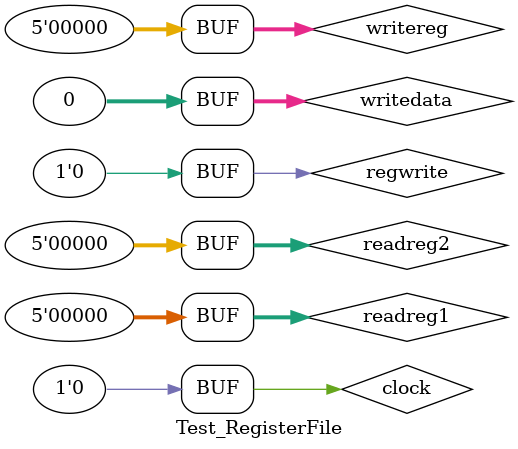
<source format=v>
`timescale 1ns / 1ps


module Test_RegisterFile;

	// Inputs
	reg [4:0] readreg1;
	reg [4:0] readreg2;
	reg [4:0] writereg;
	reg [31:0] writedata;
	reg regwrite;
	reg clock;

	// Outputs
	wire [31:0] readdata1;
	wire [31:0] readdata2;
	wire [31:0] outty;

	// Instantiate the Unit Under Test (UUT)
	RegisterFile uut (
		.readreg1(readreg1), 
		.readreg2(readreg2), 
		.writereg(writereg), 
		.writedata(writedata), 
		.regwrite(regwrite), 
		.readdata1(readdata1), 
		.readdata2(readdata2), 
		.clock(clock), 
		.outty(outty)
	);

	initial begin
		// Initialize Inputs
		// Initialize Inputs
		readreg1 = 0;
		readreg2 = 0;
		writereg = 0;
		writedata = 0;
		regwrite = 0;
		clock = 0;

		// Wait 100 ns for global reset to finish
		#100;

		// Add stimulus here
	
	end
endmodule

</source>
